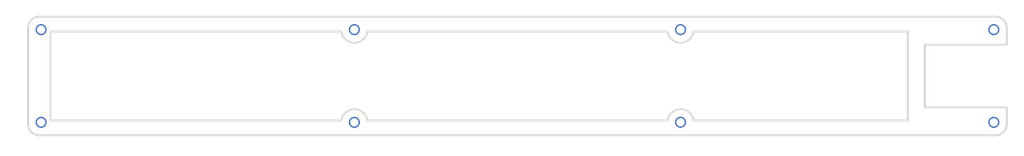
<source format=kicad_pcb>
(kicad_pcb (version 20211014) (generator pcbnew)
  (layers (0 "F.Cu" signal) (31 "B.Cu" signal) (34 "B.Paste" user) (35 "F.Paste" user) (36 "B.SilkS" user "B.Silkscreen") (37 "F.SilkS" user "F.Silkscreen") (38 "B.Mask" user) (39 "F.Mask" user) (44 "Edge.Cuts" user))
  (net 0 "")
  (footprint "CIS:CIS_Edge_L2" (layer "F.Cu") (at 16.62132 125)
    (fp_text reference "REF**" hide)
    (fp_text value "CIS_Edge_1" hide)
    (fp_line (start 3 0) (end 261 0) (layer "Edge.Cuts") (width 0.5))
    (fp_line (start 261 -32) (end 3 -32) (layer "Edge.Cuts") (width 0.5))
    (fp_line (start 0 -29) (end 0 -3) (layer "Edge.Cuts") (width 0.5))
    (fp_line (start 264 -3) (end 264 -7.55) (layer "Edge.Cuts") (width 0.5))
    (fp_line (start 264 -7.55) (end 241.9 -7.55) (layer "Edge.Cuts") (width 0.5))
    (fp_line (start 241.9 -7.55) (end 241.9 -24.45) (layer "Edge.Cuts") (width 0.5))
    (fp_line (start 241.9 -24.45) (end 264 -24.45) (layer "Edge.Cuts") (width 0.5))
    (fp_line (start 264 -24.45) (end 264 -29) (layer "Edge.Cuts") (width 0.5))
    (fp_arc (start 261 -32) (mid 263.12132 -31.12132) (end 264 -29) (layer "Edge.Cuts") (width 0.5))
    (fp_arc (start 264 -3) (mid 263.12132 -0.87868) (end 261 0) (layer "Edge.Cuts") (width 0.5))
    (fp_arc (start 0 -29) (mid 0.87868 -31.12132) (end 3 -32) (layer "Edge.Cuts") (width 0.5))
    (fp_arc (start 3 0) (mid 0.87868 -0.87868) (end 0 -3) (layer "Edge.Cuts") (width 0.5))
  )
  (footprint "CIS:CIS_Edge_Holes" (layer "F.Cu") (at 16.62132 125)
    (fp_text reference "REF**" hide)
    (fp_text value "CIS_Edge_1" hide)
    (pad "" thru_hole circle (at 88 -28.5) (size 3 3) (drill 2.2) (layers *.Cu *.Mask))
    (pad "" thru_hole circle (at 3.5 -3.5) (size 3 3) (drill 2.2) (layers *.Cu *.Mask))
    (pad "" thru_hole circle (at 260.5 -28.5) (size 3 3) (drill 2.2) (layers *.Cu *.Mask))
    (pad "" thru_hole circle (at 176 -28.5) (size 3 3) (drill 2.2) (layers *.Cu *.Mask))
    (pad "" thru_hole circle (at 88 -3.5) (size 3 3) (drill 2.2) (layers *.Cu *.Mask))
    (pad "" thru_hole circle (at 176 -3.5287) (size 3 3) (drill 2.2) (layers *.Cu *.Mask))
    (pad "" thru_hole circle (at 3.5 -28.5) (size 3 3) (drill 2.2) (layers *.Cu *.Mask))
    (pad "" thru_hole circle (at 260.5 -3.5) (size 3 3) (drill 2.2) (layers *.Cu *.Mask))
  )
  (gr_line (start 189.12132 121) (end 108.12132 121) (layer "Edge.Cuts") (width 0.5))
  (gr_line (start 22.62132 121) (end 22.62132 97) (layer "Edge.Cuts") (width 0.5))
  (gr_line (start 108.12132 97) (end 189.12132 97) (layer "Edge.Cuts") (width 0.5))
  (gr_line (start 101.12132 121) (end 22.62132 121) (layer "Edge.Cuts") (width 0.5))
  (gr_line (start 253.92132 97) (end 253.92132 121) (layer "Edge.Cuts") (width 0.5))
  (gr_line (start 22.62132 97) (end 101.12132 97) (layer "Edge.Cuts") (width 0.5))
  (gr_line (start 196.12132 97) (end 253.92132 97) (layer "Edge.Cuts") (width 0.5))
  (gr_arc (start 101.12132 121) (mid 104.62132 117.964466) (end 108.12132 121) (layer "Edge.Cuts") (width 0.5))
  (gr_arc (start 196.12132 97) (mid 192.62132 100.035534) (end 189.12132 97) (layer "Edge.Cuts") (width 0.5))
  (gr_arc (start 189.12132 121) (mid 192.62132 117.964466) (end 196.12132 121) (layer "Edge.Cuts") (width 0.5))
  (gr_line (start 253.92132 121) (end 196.12132 121) (layer "Edge.Cuts") (width 0.5))
  (gr_arc (start 108.12132 97) (mid 104.62132 100.035534) (end 101.12132 97) (layer "Edge.Cuts") (width 0.5))
)
</source>
